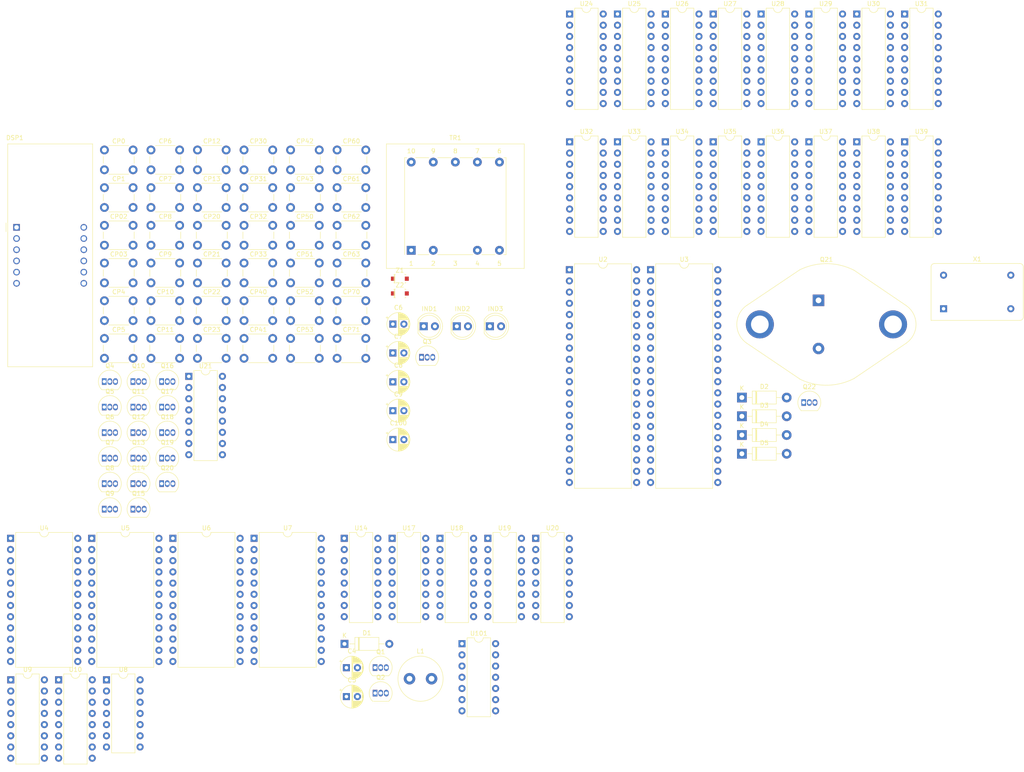
<source format=kicad_pcb>
(kicad_pcb (version 20221018) (generator pcbnew)
  (layers (0 "F.Cu" signal) (31 "B.Cu" signal) (34 "B.Paste" user) (35 "F.Paste" user) (36 "B.SilkS" user "B.Silkscreen") (37 "F.SilkS" user "F.Silkscreen") (38 "B.Mask" user) (39 "F.Mask" user) (44 "Edge.Cuts" user))
  (net 0 "")
  (net 1 "Net-(D2-K)")
  (net 2 "Net-(D2-A)")
  (net 3 "Net-(D3-A)")
  (net 4 "Net-(D4-A)")
  (net 5 "Net-(Q21-B)")
  (net 6 "+12V")
  (net 7 "Net-(D6-+)")
  (net 8 "-5V")
  (net 9 "Net-(Q22-B)")
  (net 10 "D2")
  (net 11 "D7")
  (net 12 "D6")
  (net 13 "~{PIOCE}")
  (net 14 "A1")
  (net 15 "A0")
  (net 16 "PA7")
  (net 17 "PA6")
  (net 18 "PA5")
  (net 19 "PA4")
  (net 20 "Earth")
  (net 21 "PA3")
  (net 22 "PA2")
  (net 23 "PA1")
  (net 24 "PA0")
  (net 25 "~{ASTRB}")
  (net 26 "~{BSTRB}")
  (net 27 "AREDY")
  (net 28 "D0")
  (net 29 "D1")
  (net 30 "BREDY")
  (net 31 "PIO-IEO")
  (net 32 "~{IRQ}")
  (net 33 "PIO-IEI")
  (net 34 "CLK")
  (net 35 "+5V")
  (net 36 "PB0")
  (net 37 "PB1")
  (net 38 "PB2")
  (net 39 "PB3")
  (net 40 "PB4")
  (net 41 "PB5")
  (net 42 "PB6")
  (net 43 "PB7")
  (net 44 "~{RD}")
  (net 45 "~{IORQ}")
  (net 46 "~{M1}")
  (net 47 "D5")
  (net 48 "D4")
  (net 49 "D3")
  (net 50 "Z1")
  (net 51 "Z2")
  (net 52 "Z3")
  (net 53 "CTC-IEI")
  (net 54 "CTC-IEO")
  (net 55 "~{CTCCE}")
  (net 56 "~{RST}")
  (net 57 "CT3")
  (net 58 "CT2")
  (net 59 "CT1")
  (net 60 "CT4")
  (net 61 "A7")
  (net 62 "A6")
  (net 63 "A5")
  (net 64 "A4")
  (net 65 "A3")
  (net 66 "A2")
  (net 67 "~{ME1}")
  (net 68 "CM1")
  (net 69 "MRP")
  (net 70 "~{ME2}")
  (net 71 "~{ME3}")
  (net 72 "~{ME4}")
  (net 73 "~{ME5}")
  (net 74 "CM2")
  (net 75 "~{WR}")
  (net 76 "~{ME6}")
  (net 77 "~{ME7}")
  (net 78 "~{ME8}")
  (net 80 "Net-(U102-Cp)")
  (net 81 "Net-(C4-Pad1)")
  (net 82 "Net-(C6-Pad1)")
  (net 83 "Net-(C6-Pad2)")
  (net 84 "Net-(C8-Pad1)")
  (net 85 "/Audio, LEDs, Switches/RD")
  (net 86 "Net-(U23--)")
  (net 87 "Net-(C9-Pad2)")
  (net 88 "-ATI")
  (net 89 "KEYIN0")
  (net 90 "Net-(CP0-Y1)")
  (net 91 "KEYIN1")
  (net 92 "KEYIN2")
  (net 93 "KEYIN3")
  (net 94 "CKKEY")
  (net 95 "K1")
  (net 96 "K2")
  (net 97 "K3")
  (net 98 "K4")
  (net 99 "Net-(CP10-Y1)")
  (net 100 "Net-(CP20-Y1)")
  (net 101 "Net-(CP30-X1)")
  (net 102 "Net-(CP40-Y1)")
  (net 103 "Net-(CP50-Y1)")
  (net 104 "Net-(CP60-Y1)")
  (net 105 "Net-(CP70-Y1)")
  (net 107 "Net-(DSP1-CA9)")
  (net 108 "Net-(DSP1-a)")
  (net 109 "Net-(DSP1-CA8)")
  (net 110 "Net-(DSP1-b)")
  (net 111 "Net-(DSP1-CA7)")
  (net 112 "Net-(DSP1-c)")
  (net 113 "Net-(DSP1-CA6)")
  (net 114 "Net-(DSP1-DPX)")
  (net 115 "Net-(DSP1-CA5)")
  (net 116 "Net-(DSP1-d)")
  (net 117 "Net-(DSP1-CA4)")
  (net 118 "Net-(IND1-A)")
  (net 119 "Net-(IND2-A)")
  (net 120 "Net-(IND3-A)")
  (net 121 "Net-(C1-Pad1)")
  (net 122 "Net-(L1-Pad2)")
  (net 123 "Net-(Q1-B)")
  (net 124 "Net-(Q2-B)")
  (net 125 "Net-(Q3-B)")
  (net 126 "DSPOUT0")
  (net 127 "DSPOUT1")
  (net 128 "DSPOUT2")
  (net 129 "DSPOUT3")
  (net 130 "DSPOUT4")
  (net 131 "Net-(DSP1-e)")
  (net 132 "DSPOUT5")
  (net 133 "Net-(DSP1-f)")
  (net 134 "DSPOUT6")
  (net 135 "Net-(DSP1-g)")
  (net 136 "DSPOUT7")
  (net 137 "Net-(DSP1-CA1)")
  (net 138 "Net-(Q12-C)")
  (net 139 "Net-(DSP1-CA2)")
  (net 140 "Net-(DSP1-CA3)")
  (net 141 "Net-(Q20-B)")
  (net 142 "Net-(P1-AC_N)")
  (net 143 "Net-(SW1-B)")
  (net 144 "Net-(D6-Pad4)")
  (net 145 "Net-(D6-Pad3)")
  (net 146 "~{CE}-U4")
  (net 147 "A9")
  (net 148 "A8")
  (net 149 "A10")
  (net 150 "~{CE}-U5")
  (net 151 "Net-(JP3-B)")
  (net 152 "~{CE}-U6")
  (net 153 "~{CE}-U7")
  (net 154 "A14")
  (net 155 "A13")
  (net 156 "Net-(U8-Pad10)")
  (net 157 "~{MREQ}")
  (net 158 "A15")
  (net 159 "Net-(U8-Pad6)")
  (net 161 "Net-(U9-A3)")
  (net 162 "MP")
  (net 168 "A12")
  (net 169 "A11")
  (net 172 "Net-(U14-D4)")
  (net 173 "Net-(U14-D0)")
  (net 174 "Net-(U14-D6)")
  (net 175 "Net-(U14-D1)")
  (net 176 "Net-(U17-D4)")
  (net 177 "Net-(U17-D2)")
  (net 178 "USER6")
  (net 179 "USER7")
  (net 180 "USER5")
  (net 181 "Net-(U18-~{E})")
  (net 182 "Net-(U19-~{En})")
  (net 183 "CKCTL")
  (net 184 "Net-(U20-~{En})")
  (net 185 "KEYDSP0")
  (net 186 "KEYDSP1")
  (net 187 "KEYDSP2")
  (net 188 "KEYDSP3")
  (net 189 "ATD")
  (net 190 "BINT")
  (footprint "LED_THT:LED_D5.0mm" (layer "F.Cu") (at 87.019 111.93)
    (fp_text reference "IND3")
    (fp_text value "M1")
  )
  (footprint "Package_DIP:DIP-18_W7.62mm" (layer "F.Cu") (at 159.345 70.09)
    (fp_text reference "U37")
    (fp_text value "2111A")
  )
  (footprint "Package_DIP:DIP-16_W7.62mm" (layer "F.Cu") (at -10.741 192.12)
    (fp_text reference "U10")
    (fp_text value "7442")
  )
  (footprint "Package_DIP:DIP-24_W15.24mm" (layer "F.Cu") (at -21.641 160.02)
    (fp_text reference "U4")
    (fp_text value "EPROM-2708")
  )
  (footprint "Button_Switch_THT:SW_PUSH_6mm" (layer "F.Cu") (at 41.839 80.48)
    (fp_text reference "CP43")
    (fp_text value "RG")
  )
  (footprint "Package_TO_SOT_THT:TO-3" (layer "F.Cu") (at 161.518326 106.043225)
    (fp_text reference "Q21")
    (fp_text value "2N3055")
  )
  (footprint "Button_Switch_THT:SW_PUSH_6mm" (layer "F.Cu") (at 41.839 97.58)
    (fp_text reference "CP51")
    (fp_text value "BN")
  )
  (footprint "Package_DIP:DIP-18_W7.62mm" (layer "F.Cu") (at 170.195 70.09)
    (fp_text reference "U38")
    (fp_text value "2111A")
  )
  (footprint "Package_DIP:DIP-18_W7.62mm" (layer "F.Cu") (at 115.945 70.09)
    (fp_text reference "U33")
    (fp_text value "2111A")
  )
  (footprint "Button_Switch_THT:SW_PUSH_6mm" (layer "F.Cu") (at 31.289 89.03)
    (fp_text reference "CP32")
    (fp_text value "E")
  )
  (footprint "Package_TO_SOT_THT:TO-92_Inline" (layer "F.Cu") (at 71.529 118.96)
    (fp_text reference "Q3")
    (fp_text value "ED1402")
  )
  (footprint "Button_Switch_THT:SW_PUSH_6mm" (layer "F.Cu") (at 41.839 114.68)
    (fp_text reference "CP53")
    (fp_text value "TL")
  )
  (footprint "Package_TO_SOT_THT:TO-92_Inline" (layer "F.Cu") (at 12.619 147.62)
    (fp_text reference "Q20")
    (fp_text value "ED1602")
  )
  (footprint "Package_TO_SOT_THT:TO-92_Inline" (layer "F.Cu") (at 60.999 189.35)
    (fp_text reference "Q1")
    (fp_text value "ED1402")
  )
  (footprint "digikey-footprints:SOD-123" (layer "F.Cu") (at 66.614 104.48)
    (fp_text reference "Z2")
    (fp_text value "5.6v")
  )
  (footprint "Button_Switch_THT:SW_PUSH_6mm" (layer "F.Cu") (at 41.839 71.93)
    (fp_text reference "CP42")
    (fp_text value "PC")
  )
  (footprint "Button_Switch_THT:SW_PUSH_6mm" (layer "F.Cu") (at -0.361 80.48)
    (fp_text reference "CP1")
    (fp_text value "1")
  )
  (footprint "Capacitor_THT:CP_Radial_D5.0mm_P2.50mm" (layer "F.Cu") (at 54.498775 195.92)
    (fp_text reference "C5")
    (fp_text value "1uF")
  )
  (footprint "Package_DIP:DIP-18_W7.62mm" (layer "F.Cu") (at 115.945 41.09)
    (fp_text reference "U25")
    (fp_text value "2111A")
  )
  (footprint "Package_TO_SOT_THT:TO-92_Inline" (layer "F.Cu") (at 6.109 124.46)
    (fp_text reference "Q10")
    (fp_text value "ED1602")
  )
  (footprint "Button_Switch_THT:SW_PUSH_6mm" (layer "F.Cu") (at 20.739 106.13)
    (fp_text reference "CP22")
    (fp_text value "A")
  )
  (footprint "LED_THT:LED_D5.0mm" (layer "F.Cu") (at 72.019 111.93)
    (fp_text reference "IND1")
    (fp_text value "HALT")
  )
  (footprint "Package_TO_SOT_THT:TO-92_Inline" (layer "F.Cu") (at 158.165 129.22)
    (fp_text reference "Q22")
    (fp_text value "2N3906")
  )
  (footprint "Package_TO_SOT_THT:TO-92_Inline" (layer "F.Cu") (at -0.401 136.04)
    (fp_text reference "Q6")
    (fp_text value "ED1602")
  )
  (footprint "Button_Switch_THT:SW_PUSH_6mm" (layer "F.Cu") (at 31.289 114.68)
    (fp_text reference "CP41")
    (fp_text value "BR")
  )
  (footprint "Package_DIP:DIP-18_W7.62mm" (layer "F.Cu") (at 148.495 41.09)
    (fp_text reference "U28")
    (fp_text value "2111A")
  )
  (footprint "Capacitor_THT:CP_Radial_D5.0mm_P2.50mm" (layer "F.Cu") (at 65.028775 124.53)
    (fp_text reference "C8")
    (fp_text value "0.01uF")
  )
  (footprint "Oscillator:Oscillator_DIP-14" (layer "F.Cu") (at 189.865 107.95)
    (fp_text reference "X1")
    (fp_text value "20MHz Ocillator")
  )
  (footprint "Button_Switch_THT:SW_PUSH_6mm" (layer "F.Cu") (at 52.389 71.93)
    (fp_text reference "CP60")
    (fp_text value "RL")
  )
  (footprint "Button_Switch_THT:SW_PUSH_6mm" (layer "F.Cu") (at 10.189 89.03)
    (fp_text reference "CP8")
    (fp_text value "K3")
  )
  (footprint "Package_DIP:DIP-24_W15.24mm" (layer "F.Cu") (at 33.559 160.02)
    (fp_text reference "U7")
    (fp_text value "EPROM-2708")
  )
  (footprint "Button_Switch_THT:SW_PUSH_6mm" (layer "F.Cu") (at 52.389 97.58)
    (fp_text reference "CP63")
    (fp_text value "BI")
  )
  (footprint "Package_TO_SOT_THT:TO-92_Inline" (layer "F.Cu") (at -0.401 130.25)
    (fp_text reference "Q5")
    (fp_text value "ED1602")
  )
  (footprint "Button_Switch_THT:SW_PUSH_6mm" (layer "F.Cu") (at 20.739 71.93)
    (fp_text reference "CP12")
    (fp_text value "6")
  )
  (footprint "Button_Switch_THT:SW_PUSH_6mm" (layer "F.Cu") (at -0.361 71.93)
    (fp_text reference "CP0")
    (fp_text value "0")
  )
  (footprint "Package_TO_SOT_THT:TO-92_Inline" (layer "F.Cu") (at 60.999 195.14)
    (fp_text reference "Q2")
    (fp_text value "ED1402")
  )
  (footprint "Button_Switch_THT:SW_PUSH_6mm" (layer "F.Cu") (at 31.289 80.48)
    (fp_text reference "CP31")
    (fp_text value "D")
  )
  (footprint "digikey-footprints:SOD-123" (layer "F.Cu") (at 66.614 101.13)
    (fp_text reference "Z1")
    (fp_text value "12.6v")
  )
  (footprint "Package_DIP:DIP-14_W7.62mm" (layer "F.Cu") (at 0.109 192.12)
    (fp_text reference "U8")
    (fp_text value "SN7432")
  )
  (footprint "Package_TO_SOT_THT:TO-92_Inline" (layer "F.Cu") (at 12.619 136.04)
    (fp_text reference "Q18")
    (fp_text value "ED1602")
  )
  (footprint "Package_DIP:DIP-16_W7.62mm" (layer "F.Cu") (at 97.409 160.02)
    (fp_text reference "U20")
    (fp_text value "CD4099")
  )
  (footprint "Diode_THT:D_DO-41_SOD81_P10.16mm_Horizontal" (layer "F.Cu") (at 144.145 140.84)
    (fp_text reference "D5")
    (fp_text value "1N4005")
  )
  (footprint "Package_DIP:DIP-16_W7.62mm" (layer "F.Cu") (at -21.591 192.12)
    (fp_text reference "U9")
    (fp_text value "7442")
  )
  (footprint "Button_Switch_THT:SW_PUSH_6mm" (layer "F.Cu") (at 20.739 97.58)
    (fp_text reference "CP21")
    (fp_text value "9")
  )
  (footprint "Button_Switch_THT:SW_PUSH_6mm" (layer "F.Cu") (at 31.289 106.13)
    (fp_text reference "CP40")
    (fp_text value "GO")
  )
  (footprint "Capacitor_THT:CP_Radial_D5.0mm_P2.50mm" (layer "F.Cu") (at 54.498775 189.37)
    (fp_text reference "C4")
    (fp_text value "1uF")
  )
  (footprint "Package_DIP:DIP-18_W7.62mm" (layer "F.Cu") (at 105.095 70.09)
    (fp_text reference "U32")
    (fp_text value "2111A")
  )
  (footprint "Capacitor_THT:CP_Radial_D5.0mm_P2.50mm" (layer "F.Cu") (at 65.028775 111.43)
    (fp_text reference "C6")
    (fp_text value "0.01uF")
  )
  (footprint "Button_Switch_THT:SW_PUSH_6mm" (layer "F.Cu") (at 20.739 80.48)
    (fp_text reference "CP13")
    (fp_text value "7")
  )
  (footprint "Diode_THT:D_A-405_P10.16mm_Horizontal" (layer "F.Cu") (at 54.059 183.97)
    (fp_text reference "D1")
    (fp_text value "1N914")
  )
  (footprint "Capacitor_THT:CP_Radial_D5.0mm_P2.50mm" (layer "F.Cu") (at 65.028775 117.98)
    (fp_text reference "C7")
    (fp_text value "0.01uF")
  )
  (footprint "Button_Switch_THT:SW_PUSH_6mm" (layer "F.Cu") (at 52.389 114.68)
    (fp_text reference "CP71")
    (fp_text value "-")
  )
  (footprint "Package_DIP:DIP-18_W7.62mm" (layer "F.Cu") (at 159.345 41.09)
    (fp_text reference "U29")
    (fp_text value "2111A")
  )
  (footprint "Diode_THT:D_DO-41_SOD81_P10.16mm_Horizontal" (layer "F.Cu") (at 144.145 128.09)
    (fp_text reference "D2")
    (fp_text value "1N4005")
  )
  (footprint "Package_DIP:DIP-16_W7.62mm" (layer "F.Cu") (at 18.769 123.28)
    (fp_text reference "U21")
    (fp_text value "7442")
  )
  (footprint "Package_TO_SOT_THT:TO-92_Inline" (layer "F.Cu") (at 6.109 141.83)
    (fp_text reference "Q13")
    (fp_text value "ED1602")
  )
  (footprint "Package_DIP:DIP-16_W7.62mm" (layer "F.Cu") (at 54.009 160.02)
    (fp_text reference "U14")
    (fp_text value "PAL-002")
  )
  (footprint "Inductor_THT:L_Radial_D10.0mm_P5.00mm_Fastron_07M" (layer "F.Cu") (at 68.799 191.87)
    (fp_text reference "L1")
    (fp_text value "2MHz")
  )
  (footprint "Button_Switch_THT:SW_PUSH_6mm" (layer "F.Cu") (at 10.189 80.48)
    (fp_text reference "CP7")
    (fp_text value "K2")
  )
  (footprint "Package_TO_SOT_THT:TO-92_Inline" (layer "F.Cu") (at 12.619 130.25)
    (fp_text reference "Q17")
    (fp_text value "ED1602")
  )
  (footprint "Package_TO_SOT_THT:TO-92_Inline" (layer "F.Cu") (at 12.619 124.46)
    (fp_text reference "Q16")
    (fp_text value "ED1602")
  )
  (footprint "Button_Switch_THT:SW_PUSH_6mm" (layer "F.Cu") (at 20.739 89.03)
    (fp_text reference "CP20")
    (fp_text value "8")
  )
  (footprint "Package_DIP:DIP-18_W7.62mm" (layer "F.Cu") (at 148.495 70.09)
    (fp_text reference "U36")
    (fp_text value "2111A")
  )
  (footprint "Package_DIP:DIP-16_W7.62mm" (layer "F.Cu") (at 75.709 160.02)
    (fp_text reference "U18")
    (fp_text value "CD4051")
  )
  (footprint "Display_7Segment:CA56-12EWA" (layer "F.Cu") (at -20.276 89.48)
    (fp_text reference "DSP1")
    (fp_text value "Edu-80_Display")
  )
  (footprint "Package_DIP:DIP-18_W7.62mm" (layer "F.Cu") (at 137.645 70.09)
    (fp_text reference "U35")
    (fp_text value "2111A")
  )
  (footprint "Package_DIP:DIP-18_W7.62mm" (layer "F.Cu") (at 105.095 41.09)
    (fp_text reference "U24")
    (fp_text value "2111A")
  )
  (footprint "Capacitor_THT:CP_Radial_D5.0mm_P2.50mm" (layer "F.Cu") (at 65.028775 137.63)
    (fp_text reference "C100")
    (fp_text value "0.01uF")
  )
  (footprint "Package_DIP:DIP-18_W7.62mm" (layer "F.Cu") (at 126.795 70.09)
    (fp_text reference "U34")
    (fp_text value "2111A")
  )
  (footprint "Package_TO_SOT_THT:TO-92_Inline" (layer "F.Cu") (at 6.109 153.41)
    (fp_text reference "Q15")
    (fp_text value "ED1602")
  )
  (footprint "Button_Switch_THT:SW_PUSH_6mm" (layer "F.Cu") (at 10.189 71.93)
    (fp_text reference "CP6")
    (fp_text value "K1")
  )
  (footprint "Package_DIP:DIP-16_W7.62mm" (layer "F.Cu") (at 86.559 160.02)
    (fp_text reference "U19")
    (fp_text value "CD4099")
  )
  (footprint "Diode_THT:D_DO-41_SOD81_P10.16mm_Horizontal" (layer "F.Cu") (at 144.145 136.59)
    (fp_text reference "D4")
    (fp_text value "1N4005")
  )
  (footprint "Package_DIP:DIP-18_W7.62mm" (layer "F.Cu") (at 170.195 41.09)
    (fp_text reference "U30")
    (fp_text value "2111A")
  )
  (footprint "Package_TO_SOT_THT:TO-92_Inline" (layer "F.Cu") (at -0.401 141.83)
    (fp_text reference "Q7")
    (fp_text value "ED1602")
  )
  (footprint "Package_TO_SOT_THT:TO-92_Inline" (layer "F.Cu") (at -0.401 147.62)
    (fp_text reference "Q8")
    (fp_text value "ED1602")
  )
  (footprint "LED_THT:LED_D5.0mm" (layer "F.Cu") (at 79.519 111.93)
    (fp_text reference "IND2")
    (fp_text value "WAIT")
  )
  (footprint "Capacitor_THT:CP_Radial_D5.0mm_P2.50mm" (layer "F.Cu") (at 65.028775 131.08)
    (fp_text reference "C9")
    (fp_text value "0.01uF")
  )
  (footprint "Package_DIP:DIP-40_W15.24mm" (layer "F.Cu") (at 123.445 99.09)
    (fp_text reference "U3")
    (fp_text value "Z8430_CTC")
  )
  (footprint "Button_Switch_THT:SW_PUSH_6mm" (layer "F.Cu") (at 10.189 106.13)
    (fp_text reference "CP10")
    (fp_text value "4")
  )
  (footprint "Button_Switch_THT:SW_PUSH_6mm" (layer "F.Cu") (at -0.361 89.03)
    (fp_text reference "CP02")
    (fp_text value "2")
  )
  (footprint "Button_Switch_THT:SW_PUSH_6mm" (layer "F.Cu") (at -0.361 106.13)
    (fp_text reference "CP4")
    (fp_text value "RS")
  )
  (footprint "Package_DIP:DIP-14_W7.62mm" (layer "F.Cu") (at 80.699 183.92)
    (fp_text reference "U101")
    (fp_text value "7408")
  )
  (footprint "Package_DIP:DIP-24_W15.24mm" (layer "F.Cu") (at -3.241 160.02)
    (fp_text reference "U5")
    (fp_text value "2708_(2716)")
  )
  (footprint "Package_DIP:DIP-18_W7.62mm" (layer "F.Cu") (at 126.795 41.09)
    (fp_text reference "U26")
    (fp_text value "2111A")
  )
  (footprint "Package_TO_SOT_THT:TO-92_Inline" (layer "F.Cu") (at -0.401 124.46)
    (fp_text reference "Q4")
    (fp_text value "ED1602")
  )
  (footprint "Package_DIP:DIP-18_W7.62mm" (layer "F.Cu") (at 137.645 41.09)
    (fp_text reference "U27")
    (fp_text value "2111A")
  )
  (footprint "Package_TO_SOT_THT:TO-92_Inline" (layer "F.Cu") (at -0.401 153.41)
    (fp_text reference "Q9")
    (fp_text value "ED1602")
  )
  (footprint "Button_Switch_THT:SW_PUSH_6mm" (layer "F.Cu") (at 31.289 97.58)
    (fp_text reference "CP33")
    (fp_text value "F")
  )
  (footprint "Button_Switch_THT:SW_PUSH_6mm" (layer "F.Cu") (at 31.289 71.93)
    (fp_text reference "CP30")
    (fp_text value "C")
  )
  (footprint "Diode_THT:D_DO-41_SOD81_P10.16mm_Horizontal" (layer "F.Cu") (at 144.145 132.34)
    (fp_text reference "D3")
    (fp_text value "1N4005")
  )
  (footprint "Button_Switch_THT:SW_PUSH_6mm" (layer "F.Cu") (at 52.389 80.48)
    (fp_text reference "CP61")
    (fp_text value "WI")
  )
  (footprint "Package_TO_SOT_THT:TO-92_Inline" (layer "F.Cu") (at 6.109 130.25)
    (fp_text reference "Q11")
    (fp_text value "ED1602")
  )
  (footprint "Button_Switch_THT:SW_PUSH_6mm" (layer "F.Cu") (at 41.839 89.03)
    (fp_text reference "CP50")
    (fp_text value "MV")
  )
  (footprint "Transformer_THT:Transformer_Breve_TEZ-28x33" (layer "F.Cu") (at 69.189 94.68)
    (fp_text reference "TR1")
    (fp_text value "TRANSF7")
  )
  (footprint "Package_DIP:DIP-16_W7.62mm" (layer "F.Cu") (at 64.859 160.02)
    (fp_text reference "U17")
    (fp_text value "PAL-001")
  )
  (footprint "Button_Switch_THT:SW_PUSH_6mm" (layer "F.Cu") (at 41.839 106.13)
    (fp_text reference "CP52")
    (fp_text value "TD")
  )
  (footprint "Button_Switch_THT:SW_PUSH_6mm" (layer "F.Cu") (at -0.361 97.58)
    (fp_text reference "CP03")
    (fp_text value "3")
  )
  (footprint "Button_Switch_THT:SW_PUSH_6mm" (layer "F.Cu") (at 20.739 114.68)
    (fp_text reference "CP23")
    (fp_text value "B")
  )
  (footprint "Package_TO_SOT_THT:TO-92_Inline" (layer "F.Cu") (at 12.619 141.83)
    (fp_text reference "Q19")
    (fp_text value "ED1602")
  )
  (footprint "Button_Switch_THT:SW_PUSH_6mm" (layer "F.Cu") (at 10.189 114.68)
    (fp_text reference "CP11")
    (fp_text value "5")
  )
  (footprint "Package_TO_SOT_THT:TO-92_Inline" (layer "F.Cu") (at 6.109 136.04)
    (fp_text reference "Q12")
    (fp_text value "ED1602")
  )
  (footprint "Package_DIP:DIP-18_W7.62mm" (layer "F.Cu") (at 181.045 41.09)
    (fp_text reference "U31")
    (fp_text value "2111A")
  )
  (footprint "Button_Switch_THT:SW_PUSH_6mm" (layer "F.Cu") (at -0.361 114.68)
    (fp_text reference "CP5")
    (fp_text value "CK")
  )
  (footprint "Button_Switch_THT:SW_PUSH_6mm" (layer "F.Cu") (at 52.389 89.03)
    (fp_text reference "CP62")
    (fp_text value "AD")
  )
  (footprint "Package_DIP:DIP-40_W15.24mm" (layer "F.Cu") (at 105.045 99.09)
    (fp_text reference "U2")
    (fp_text value "Z84C20")
  )
  (footprint "Package_TO_SOT_THT:TO-92_Inline" (layer "F.Cu") (at 6.109 147.62)
    (fp_text reference "Q14")
    (fp_text value "ED1602")
  )
  (footprint "Button_Switch_THT:SW_PUSH_6mm" (layer "F.Cu") (at 52.389 106.13)
    (fp_text reference "CP70")
    (fp_text value "+")
  )
  (footprint "Button_Switch_THT:SW_PUSH_6mm" (layer "F.Cu") (at 10.189 97.58)
    (fp_text reference "CP9")
    (fp_text value "K4")
  )
  (footprint "Package_DIP:DIP-24_W15.24mm" (layer "F.Cu") (at 15.159 160.02)
    (fp_text reference "U6")
    (fp_text value "6116_RAM")
  )
  (footprint "Package_DIP:DIP-18_W7.62mm" (layer "F.Cu") (at 181.045 70.09)
    (fp_text reference "U39")
    (fp_text value "2111A")
  )
)
</source>
